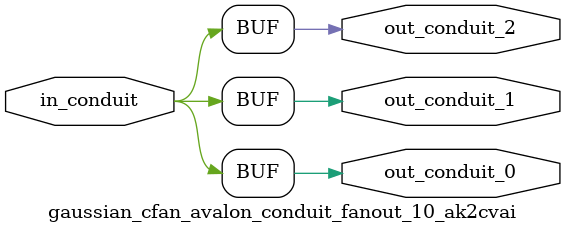
<source format=sv>


 


// --------------------------------------------------------------------------------
//| Avalon Conduit Fan-Out
// --------------------------------------------------------------------------------

// ------------------------------------------
// Generation parameters:
//   output_name:       gaussian_cfan_avalon_conduit_fanout_10_ak2cvai
//   numFanOut:         3
//   
// ------------------------------------------

module gaussian_cfan_avalon_conduit_fanout_10_ak2cvai (     

// Interface: out_conduit_0
 output                    out_conduit_0,
// Interface: out_conduit_1
 output                    out_conduit_1,
// Interface: out_conduit_2
 output                    out_conduit_2,

// Interface: in_conduit
 input                   in_conduit

);

   assign  out_conduit_0 = in_conduit;
   assign  out_conduit_1 = in_conduit;
   assign  out_conduit_2 = in_conduit;

endmodule //


</source>
